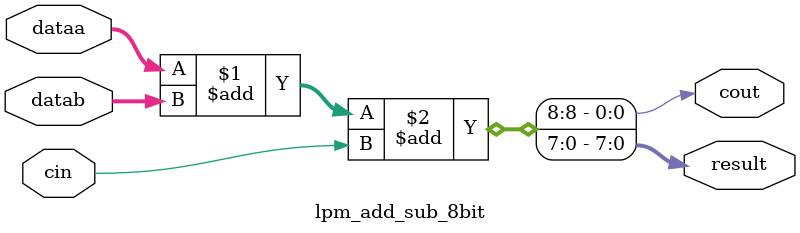
<source format=v>
module lpm_add_sub_8bit(dataa,datab,cin,cout,result);

parameter lpm_width=7;
parameter lpm_direction="add";

input [7:0]dataa;
input [7:0]datab;
output [7:0]result;
output cout;
input cin;
/*
reg [7:0] temp;
	
	assign temp = dataa + datab + cin;
	assign result = temp[6:0];
	assign cout = temp[7];
*/
	assign {cout, result} = dataa + datab + cin;
endmodule

</source>
